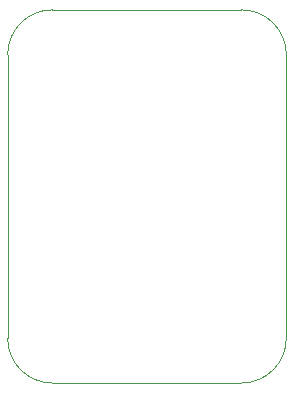
<source format=gm1>
%TF.GenerationSoftware,KiCad,Pcbnew,4.0.4+e1-6308~48~ubuntu16.04.1-stable*%
%TF.CreationDate,2016-12-13T12:40:13-08:00*%
%TF.ProjectId,4x3-CR2032-Battery,3478332D4352323033322D4261747465,rev?*%
%TF.FileFunction,Profile,NP*%
%FSLAX46Y46*%
G04 Gerber Fmt 4.6, Leading zero omitted, Abs format (unit mm)*
G04 Created by KiCad (PCBNEW 4.0.4+e1-6308~48~ubuntu16.04.1-stable) date Tue Dec 13 12:40:13 2016*
%MOMM*%
%LPD*%
G01*
G04 APERTURE LIST*
%ADD10C,0.350000*%
%ADD11C,0.100000*%
G04 APERTURE END LIST*
D10*
D11*
X135100000Y-89900000D02*
X135100000Y-113900000D01*
X158700000Y-89900000D02*
X158700000Y-113900000D01*
X138900000Y-86100000D02*
X154900000Y-86100000D01*
X138900000Y-86100000D02*
G75*
G03X135100000Y-89900000I0J-3800000D01*
G01*
X158700000Y-89900000D02*
G75*
G03X154900000Y-86100000I-3800000J0D01*
G01*
X154900000Y-117700000D02*
G75*
G03X158700000Y-113900000I0J3800000D01*
G01*
X135100000Y-113900000D02*
G75*
G03X138900000Y-117700000I3800000J0D01*
G01*
X138900000Y-117700000D02*
X154900000Y-117700000D01*
M02*

</source>
